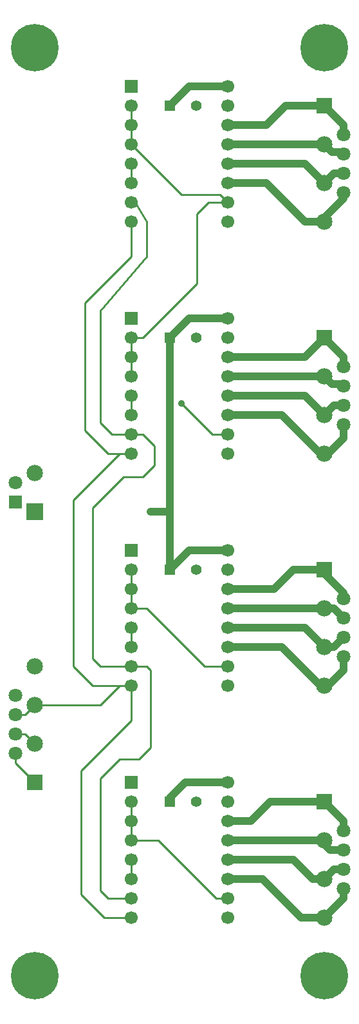
<source format=gtl>
G04 (created by PCBNEW (2013-jul-07)-stable) date wo 25 feb 2015 16:47:35 CET*
%MOIN*%
G04 Gerber Fmt 3.4, Leading zero omitted, Abs format*
%FSLAX34Y34*%
G01*
G70*
G90*
G04 APERTURE LIST*
%ADD10C,0.00393701*%
%ADD11R,0.0669X0.0669*%
%ADD12C,0.0669*%
%ADD13C,0.2461*%
%ADD14R,0.0846X0.0846*%
%ADD15C,0.0846*%
%ADD16C,0.0709*%
%ADD17R,0.0866X0.0866*%
%ADD18R,0.0709X0.0709*%
%ADD19R,0.055X0.055*%
%ADD20C,0.055*%
%ADD21C,0.035*%
%ADD22C,0.0393701*%
%ADD23C,0.01*%
G04 APERTURE END LIST*
G54D10*
G54D11*
X13000Y-24000D03*
G54D12*
X13000Y-25000D03*
X13000Y-26000D03*
X13000Y-27000D03*
X13000Y-28000D03*
X13000Y-29000D03*
X13000Y-30000D03*
X13000Y-31000D03*
X18000Y-31000D03*
X18000Y-30000D03*
X18000Y-29000D03*
X18000Y-28000D03*
X18000Y-27000D03*
X18000Y-26000D03*
X18000Y-25000D03*
X18000Y-24000D03*
G54D11*
X13000Y-36000D03*
G54D12*
X13000Y-37000D03*
X13000Y-38000D03*
X13000Y-39000D03*
X13000Y-40000D03*
X13000Y-41000D03*
X13000Y-42000D03*
X13000Y-43000D03*
X18000Y-43000D03*
X18000Y-42000D03*
X18000Y-41000D03*
X18000Y-40000D03*
X18000Y-39000D03*
X18000Y-38000D03*
X18000Y-37000D03*
X18000Y-36000D03*
G54D11*
X13000Y-48000D03*
G54D12*
X13000Y-49000D03*
X13000Y-50000D03*
X13000Y-51000D03*
X13000Y-52000D03*
X13000Y-53000D03*
X13000Y-54000D03*
X13000Y-55000D03*
X18000Y-55000D03*
X18000Y-54000D03*
X18000Y-53000D03*
X18000Y-52000D03*
X18000Y-51000D03*
X18000Y-50000D03*
X18000Y-49000D03*
X18000Y-48000D03*
G54D11*
X13000Y-12000D03*
G54D12*
X13000Y-13000D03*
X13000Y-14000D03*
X13000Y-15000D03*
X13000Y-16000D03*
X13000Y-17000D03*
X13000Y-18000D03*
X13000Y-19000D03*
X18000Y-19000D03*
X18000Y-18000D03*
X18000Y-17000D03*
X18000Y-16000D03*
X18000Y-15000D03*
X18000Y-14000D03*
X18000Y-13000D03*
X18000Y-12000D03*
G54D13*
X23000Y-58000D03*
X8000Y-58000D03*
X23000Y-10000D03*
X8000Y-10000D03*
G54D14*
X8000Y-48000D03*
G54D15*
X8000Y-46000D03*
X8000Y-44000D03*
X8000Y-42000D03*
G54D16*
X7000Y-46500D03*
X7000Y-45500D03*
X7000Y-44500D03*
X7000Y-43500D03*
G54D14*
X23000Y-49000D03*
G54D15*
X23000Y-51000D03*
X23000Y-53000D03*
X23000Y-55000D03*
G54D16*
X24000Y-50500D03*
X24000Y-51500D03*
X24000Y-52500D03*
X24000Y-53500D03*
G54D14*
X23000Y-37000D03*
G54D15*
X23000Y-39000D03*
X23000Y-41000D03*
X23000Y-43000D03*
G54D16*
X24000Y-38500D03*
X24000Y-39500D03*
X24000Y-40500D03*
X24000Y-41500D03*
G54D14*
X23000Y-25000D03*
G54D15*
X23000Y-27000D03*
X23000Y-29000D03*
X23000Y-31000D03*
G54D16*
X24000Y-26500D03*
X24000Y-27500D03*
X24000Y-28500D03*
X24000Y-29500D03*
G54D14*
X23000Y-13000D03*
G54D15*
X23000Y-15000D03*
X23000Y-17000D03*
X23000Y-19000D03*
G54D16*
X24000Y-14500D03*
X24000Y-15500D03*
X24000Y-16500D03*
X24000Y-17500D03*
G54D17*
X8000Y-34000D03*
G54D15*
X8000Y-32000D03*
G54D18*
X7000Y-33500D03*
G54D16*
X7000Y-32500D03*
G54D19*
X15000Y-13000D03*
G54D20*
X16378Y-13000D03*
G54D19*
X15000Y-25000D03*
G54D20*
X16378Y-25000D03*
G54D19*
X15000Y-37000D03*
G54D20*
X16378Y-37000D03*
G54D19*
X15000Y-49000D03*
G54D20*
X16378Y-49000D03*
G54D21*
X14000Y-34000D03*
X15600Y-28400D03*
G54D22*
X14000Y-34000D02*
X15000Y-34000D01*
X15000Y-25000D02*
X15000Y-34000D01*
X15000Y-34000D02*
X15000Y-37000D01*
X18000Y-12000D02*
X16000Y-12000D01*
X16000Y-12000D02*
X15000Y-13000D01*
X18000Y-24000D02*
X16000Y-24000D01*
X16000Y-24000D02*
X15000Y-25000D01*
X18000Y-36000D02*
X16000Y-36000D01*
X16000Y-36000D02*
X15000Y-37000D01*
X15000Y-49000D02*
X15000Y-48800D01*
X15800Y-48000D02*
X18000Y-48000D01*
X15000Y-48800D02*
X15800Y-48000D01*
G54D23*
X13000Y-39000D02*
X13800Y-39000D01*
X16800Y-42000D02*
X18000Y-42000D01*
X16400Y-41600D02*
X16800Y-42000D01*
X13800Y-39000D02*
X16400Y-41600D01*
X18000Y-30000D02*
X17200Y-30000D01*
X17200Y-30000D02*
X15600Y-28400D01*
X13000Y-25000D02*
X13600Y-25000D01*
X17000Y-18000D02*
X18000Y-18000D01*
X16400Y-18600D02*
X17000Y-18000D01*
X16400Y-22200D02*
X16400Y-18600D01*
X13600Y-25000D02*
X16400Y-22200D01*
X13000Y-15000D02*
X15600Y-17600D01*
X17600Y-17600D02*
X18000Y-18000D01*
X15600Y-17600D02*
X17600Y-17600D01*
X7000Y-46500D02*
X7000Y-47000D01*
X7000Y-47000D02*
X8000Y-48000D01*
X18000Y-54000D02*
X17400Y-54000D01*
X14400Y-51000D02*
X13000Y-51000D01*
X17400Y-54000D02*
X14400Y-51000D01*
X13000Y-50000D02*
X13000Y-51000D01*
X13000Y-49000D02*
X13000Y-50000D01*
X13000Y-38000D02*
X13000Y-39000D01*
X13000Y-37000D02*
X13000Y-38000D01*
X13000Y-26000D02*
X13000Y-27000D01*
X13000Y-25000D02*
X13000Y-26000D01*
X13000Y-14000D02*
X13000Y-15000D01*
X13000Y-13000D02*
X13000Y-14000D01*
G54D22*
X23000Y-19000D02*
X22000Y-19000D01*
X20000Y-17000D02*
X18000Y-17000D01*
X22000Y-19000D02*
X20000Y-17000D01*
X24000Y-17500D02*
X24000Y-17800D01*
X23000Y-18800D02*
X23000Y-19000D01*
X24000Y-17800D02*
X23000Y-18800D01*
X24000Y-16500D02*
X23500Y-16500D01*
X23500Y-16500D02*
X23000Y-17000D01*
X18000Y-16000D02*
X20000Y-16000D01*
X22000Y-16000D02*
X23000Y-17000D01*
X20000Y-16000D02*
X22000Y-16000D01*
X23000Y-15000D02*
X23400Y-15400D01*
X23900Y-15400D02*
X24000Y-15500D01*
X23400Y-15400D02*
X23900Y-15400D01*
X18000Y-15000D02*
X23000Y-15000D01*
X23000Y-13000D02*
X24000Y-14000D01*
X24000Y-14000D02*
X24000Y-14500D01*
X18000Y-14000D02*
X20000Y-14000D01*
X21000Y-13000D02*
X23000Y-13000D01*
X20000Y-14000D02*
X21000Y-13000D01*
X23000Y-31000D02*
X23200Y-31000D01*
X24000Y-30200D02*
X24000Y-29500D01*
X23200Y-31000D02*
X24000Y-30200D01*
X18000Y-29000D02*
X20800Y-29000D01*
X22800Y-31000D02*
X23000Y-31000D01*
X20800Y-29000D02*
X22800Y-31000D01*
X24000Y-28500D02*
X23500Y-28500D01*
X23500Y-28500D02*
X23000Y-29000D01*
X18000Y-28000D02*
X22000Y-28000D01*
X22000Y-28000D02*
X23000Y-29000D01*
X23000Y-27000D02*
X23400Y-27400D01*
X23900Y-27400D02*
X24000Y-27500D01*
X23400Y-27400D02*
X23900Y-27400D01*
X18000Y-27000D02*
X23000Y-27000D01*
X24000Y-26500D02*
X24000Y-26000D01*
X24000Y-26000D02*
X23000Y-25000D01*
X18000Y-26000D02*
X22000Y-26000D01*
X22000Y-26000D02*
X23000Y-25000D01*
X23000Y-43000D02*
X23200Y-43000D01*
X24000Y-42200D02*
X24000Y-41500D01*
X23200Y-43000D02*
X24000Y-42200D01*
X18000Y-41000D02*
X20800Y-41000D01*
X22800Y-43000D02*
X23000Y-43000D01*
X20800Y-41000D02*
X22800Y-43000D01*
X23000Y-41000D02*
X23500Y-41000D01*
X23500Y-41000D02*
X24000Y-40500D01*
X18000Y-40000D02*
X22000Y-40000D01*
X22000Y-40000D02*
X23000Y-41000D01*
X23000Y-39000D02*
X23500Y-39000D01*
X23500Y-39000D02*
X24000Y-39500D01*
X18000Y-39000D02*
X23000Y-39000D01*
X23000Y-37000D02*
X23000Y-37200D01*
X24000Y-38200D02*
X24000Y-38500D01*
X23000Y-37200D02*
X24000Y-38200D01*
X18000Y-38000D02*
X20400Y-38000D01*
X21400Y-37000D02*
X23000Y-37000D01*
X20400Y-38000D02*
X21400Y-37000D01*
X23000Y-55000D02*
X21800Y-55000D01*
X19800Y-53000D02*
X18000Y-53000D01*
X21800Y-55000D02*
X19800Y-53000D01*
X24000Y-53500D02*
X24000Y-54000D01*
X24000Y-54000D02*
X23000Y-55000D01*
X18000Y-52000D02*
X21400Y-52000D01*
X22400Y-53000D02*
X23000Y-53000D01*
X21400Y-52000D02*
X22400Y-53000D01*
X24000Y-52500D02*
X23500Y-52500D01*
X23500Y-52500D02*
X23000Y-53000D01*
X23000Y-51000D02*
X23000Y-51200D01*
X23300Y-51500D02*
X24000Y-51500D01*
X23000Y-51200D02*
X23300Y-51500D01*
X18000Y-51000D02*
X23000Y-51000D01*
X23000Y-49000D02*
X24000Y-50000D01*
X24000Y-50000D02*
X24000Y-50500D01*
X23000Y-49000D02*
X20200Y-49000D01*
X19200Y-50000D02*
X18000Y-50000D01*
X20200Y-49000D02*
X19200Y-50000D01*
G54D23*
X13000Y-31000D02*
X12400Y-31000D01*
X11000Y-43000D02*
X13000Y-43000D01*
X10000Y-42000D02*
X11000Y-43000D01*
X10000Y-33400D02*
X10000Y-42000D01*
X12400Y-31000D02*
X10000Y-33400D01*
X8000Y-44000D02*
X11400Y-44000D01*
X11400Y-44000D02*
X12400Y-43000D01*
X12400Y-43000D02*
X13000Y-43000D01*
X7000Y-44500D02*
X7500Y-44500D01*
X7500Y-44500D02*
X8000Y-44000D01*
X13000Y-55000D02*
X11600Y-55000D01*
X13000Y-44800D02*
X13000Y-43000D01*
X10400Y-47400D02*
X13000Y-44800D01*
X10400Y-53800D02*
X10400Y-47400D01*
X11600Y-55000D02*
X10400Y-53800D01*
X13000Y-19000D02*
X13000Y-20800D01*
X13000Y-20800D02*
X10600Y-23200D01*
X10600Y-23200D02*
X10600Y-29800D01*
X10600Y-29800D02*
X11800Y-31000D01*
X11800Y-31000D02*
X13000Y-31000D01*
X13000Y-42000D02*
X11400Y-42000D01*
X11400Y-42000D02*
X11000Y-41600D01*
X11000Y-41600D02*
X11000Y-33800D01*
X11000Y-33800D02*
X12600Y-32200D01*
X12600Y-32200D02*
X13600Y-32200D01*
X13600Y-32200D02*
X14200Y-31600D01*
X14200Y-31600D02*
X14200Y-30600D01*
X14200Y-30600D02*
X13600Y-30000D01*
X13600Y-30000D02*
X13000Y-30000D01*
X7000Y-45500D02*
X7500Y-45500D01*
X7500Y-45500D02*
X8000Y-46000D01*
X13000Y-42000D02*
X13800Y-42000D01*
X14000Y-46200D02*
X13400Y-46800D01*
X13400Y-46800D02*
X12400Y-46800D01*
X12400Y-46800D02*
X11400Y-47800D01*
X11400Y-47800D02*
X11400Y-53600D01*
X11400Y-53600D02*
X11800Y-54000D01*
X11800Y-54000D02*
X13000Y-54000D01*
X14000Y-46000D02*
X14000Y-46200D01*
X13800Y-42000D02*
X14000Y-42200D01*
X14000Y-42200D02*
X14000Y-46000D01*
X13000Y-18000D02*
X13200Y-18000D01*
X13200Y-18000D02*
X13800Y-19000D01*
X13800Y-19000D02*
X13800Y-20800D01*
X13800Y-20800D02*
X11400Y-23600D01*
X11400Y-23600D02*
X11400Y-29400D01*
X11400Y-29400D02*
X12000Y-30000D01*
X12000Y-30000D02*
X13000Y-30000D01*
X13000Y-52000D02*
X13000Y-53000D01*
X13000Y-40000D02*
X13000Y-41000D01*
X13000Y-16000D02*
X13000Y-17000D01*
X13000Y-28000D02*
X13000Y-29000D01*
M02*

</source>
